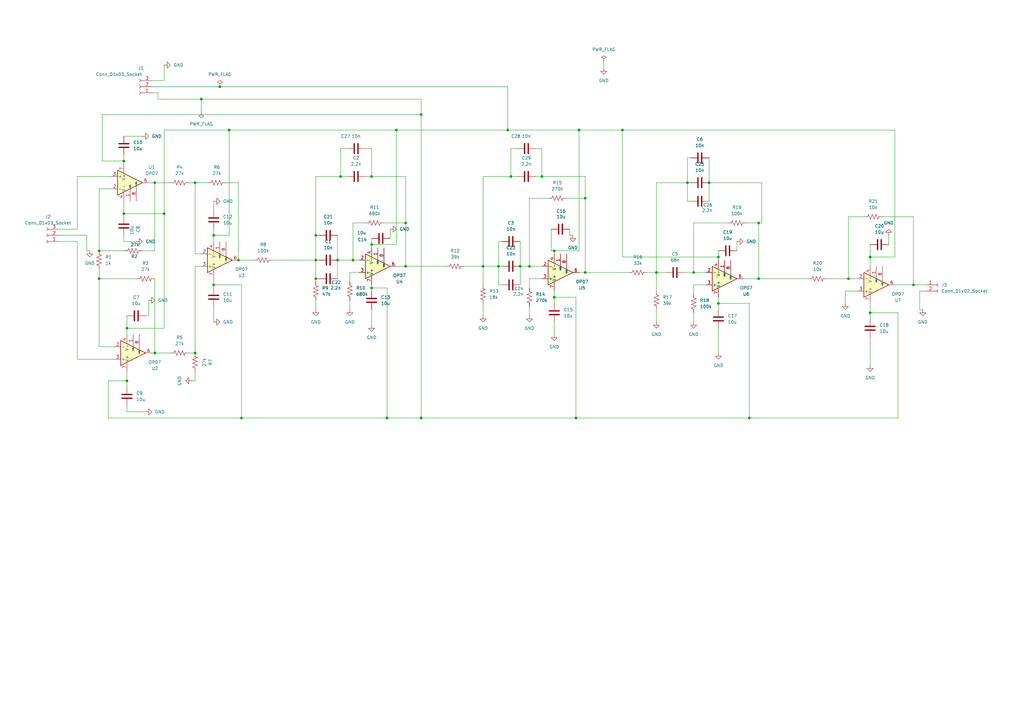
<source format=kicad_sch>
(kicad_sch (version 20231120) (generator "eeschema") (generator_version "8.0")
  (paper "A3")
  (lib_symbols
    (symbol "Amplifier_Operational:OP07" (pin_names (offset 0.127))
      (property "Reference" "U" (at 1.27 6.35 0))
      (property "Value" "OP07" (at 1.27 3.81 0))
      (symbol "OP07_0_1"
        (polyline (pts (xy -5.08 5.08) (xy 5.08 0) (xy -5.08 -5.08) (xy -5.08 5.08)) (stroke (width 0.254)) (fill (type background)))
      )
      (symbol "OP07_1_1"
        (pin input line (at 0 -7.62 90) (length 5.08) (name "VOS") (number "1"))
        (pin input line (at -7.62 -2.54 0) (length 2.54) (name "-") (number "2"))
        (pin input line (at -7.62 2.54 0) (length 2.54) (name "+") (number "3"))
        (pin power_in line (at -2.54 -7.62 90) (length 3.81) (name "V-") (number "4"))
        (pin no_connect line (at 0 2.54 270) (length 2.54) hide (name "NC") (number "5"))
        (pin output line (at 7.62 0 180) (length 2.54) (name "~") (number "6"))
        (pin power_in line (at -2.54 7.62 270) (length 3.81) (name "V+") (number "7"))
        (pin input line (at 2.54 -7.62 90) (length 6.35) (name "VOS") (number "8"))
      )
    )
    (symbol "Connector:Conn_01x02_Socket" (pin_names (offset 1.016) hide)
      (property "Reference" "J" (at 0 2.54 0))
      (property "Value" "Conn_01x02_Socket" (at 0 -5.08 0))
      (symbol "Conn_01x02_Socket_1_1"
        (arc (start 0 -2.032) (mid -0.5058 -2.54) (end 0 -3.048) (stroke (width 0.1524)))
        (polyline (pts (xy -1.27 -2.54) (xy -0.508 -2.54)) (stroke (width 0.1524)))
        (polyline (pts (xy -1.27 0) (xy -0.508 0)) (stroke (width 0.1524)))
        (arc (start 0 0.508) (mid -0.5058 0) (end 0 -0.508) (stroke (width 0.1524)))
        (pin passive line (at -5.08 0 0) (length 3.81) (name "Pin_1") (number "1"))
        (pin passive line (at -5.08 -2.54 0) (length 3.81) (name "Pin_2") (number "2"))
      )
    )
    (symbol "Connector:Conn_01x03_Socket" (pin_names (offset 1.016) hide)
      (property "Reference" "J" (at 0 5.08 0))
      (property "Value" "Conn_01x03_Socket" (at 0 -5.08 0))
      (symbol "Conn_01x03_Socket_1_1"
        (arc (start 0 -2.032) (mid -0.5058 -2.54) (end 0 -3.048) (stroke (width 0.1524)))
        (polyline (pts (xy -1.27 -2.54) (xy -0.508 -2.54)) (stroke (width 0.1524)))
        (polyline (pts (xy -1.27 0) (xy -0.508 0)) (stroke (width 0.1524)))
        (polyline (pts (xy -1.27 2.54) (xy -0.508 2.54)) (stroke (width 0.1524)))
        (arc (start 0 0.508) (mid -0.5058 0) (end 0 -0.508) (stroke (width 0.1524)))
        (arc (start 0 3.048) (mid -0.5058 2.54) (end 0 2.032) (stroke (width 0.1524)))
        (pin passive line (at -5.08 2.54 0) (length 3.81) (name "Pin_1") (number "1"))
        (pin passive line (at -5.08 0 0) (length 3.81) (name "Pin_2") (number "2"))
        (pin passive line (at -5.08 -2.54 0) (length 3.81) (name "Pin_3") (number "3"))
      )
    )
    (symbol "Device:C" (pin_numbers hide) (pin_names (offset 0.254))
      (property "Reference" "C" (at 0.635 2.54 0))
      (property "Value" "C" (at 0.635 -2.54 0))
      (symbol "C_0_1"
        (polyline (pts (xy -2.032 -0.762) (xy 2.032 -0.762)) (stroke (width 0.508)))
        (polyline (pts (xy -2.032 0.762) (xy 2.032 0.762)) (stroke (width 0.508)))
      )
      (symbol "C_1_1"
        (pin passive line (at 0 3.81 270) (length 2.794) (name "~") (number "1"))
        (pin passive line (at 0 -3.81 90) (length 2.794) (name "~") (number "2"))
      )
    )
    (symbol "Device:R_US" (pin_numbers hide) (pin_names (offset 0))
      (property "Reference" "R" (at 2.54 0 90))
      (property "Value" "R_US" (at -2.54 0 90))
      (symbol "R_US_0_1"
        (polyline (pts (xy 0 -2.286) (xy 0 -2.54)))
        (polyline (pts (xy 0 2.286) (xy 0 2.54)))
        (polyline (pts (xy 0 -0.762) (xy 1.016 -1.143) (xy 0 -1.524) (xy -1.016 -1.905) (xy 0 -2.286)))
        (polyline (pts (xy 0 0.762) (xy 1.016 0.381) (xy 0 0) (xy -1.016 -0.381) (xy 0 -0.762)))
        (polyline (pts (xy 0 2.286) (xy 1.016 1.905) (xy 0 1.524) (xy -1.016 1.143) (xy 0 0.762)))
      )
      (symbol "R_US_1_1"
        (pin passive line (at 0 3.81 270) (length 1.27) (name "~") (number "1"))
        (pin passive line (at 0 -3.81 90) (length 1.27) (name "~") (number "2"))
      )
    )
    (symbol "power:GND" (power) (pin_numbers hide) (pin_names (offset 0) hide)
      (property "Value" "GND" (at 0 -3.81 0))
      (symbol "GND_0_1"
        (polyline (pts (xy 0 0) (xy 0 -1.27) (xy 1.27 -1.27) (xy 0 -2.54) (xy -1.27 -1.27) (xy 0 -1.27)))
      )
      (symbol "GND_1_1"
        (pin power_in line (at 0 0 270) (length 0) (name "~") (number "1"))
      )
    )
    (symbol "power:PWR_FLAG" (power) (pin_numbers hide) (pin_names (offset 0) hide)
      (property "Value" "PWR_FLAG" (at 0 3.81 0))
      (symbol "PWR_FLAG_0_0"
        (pin power_out line (at 0 0 90) (length 0) (name "~") (number "1"))
      )
      (symbol "PWR_FLAG_0_1"
        (polyline (pts (xy 0 0) (xy 0 1.27) (xy -1.016 1.905) (xy 0 2.54) (xy 1.016 1.905) (xy 0 1.27)))
      )
    )
  )
  (junction (at 139.7 72.39))
  (junction (at 99.06 171.45))
  (junction (at 217.17 109.22))
  (junction (at 236.22 171.45))
  (junction (at 284.48 111.76))
  (junction (at 374.65 116.84))
  (junction (at 240.03 111.76))
  (junction (at 311.15 114.3))
  (junction (at 347.98 114.3))
  (junction (at 40.64 114.3))
  (junction (at 152.4 72.39))
  (junction (at 152.4 100.33))
  (junction (at 50.8 66.04))
  (junction (at 227.33 121.92))
  (junction (at 63.5 74.93))
  (junction (at 158.75 171.45))
  (junction (at 87.63 96.52))
  (junction (at 204.47 109.22))
  (junction (at 172.72 171.45))
  (junction (at 240.03 81.28))
  (junction (at 198.12 109.22))
  (junction (at 63.5 144.78))
  (junction (at 129.54 114.3))
  (junction (at 227.33 102.87))
  (junction (at 67.31 87.63))
  (junction (at 222.25 72.39))
  (junction (at 356.87 128.27))
  (junction (at 93.98 53.34))
  (junction (at 172.72 46.99))
  (junction (at 166.37 109.22))
  (junction (at 162.56 53.34))
  (junction (at 87.63 116.84))
  (junction (at 129.54 96.52))
  (junction (at 294.64 124.46))
  (junction (at 97.79 106.68))
  (junction (at 237.49 53.34))
  (junction (at 290.83 74.93))
  (junction (at 40.64 102.87))
  (junction (at 80.01 144.78))
  (junction (at 356.87 105.41))
  (junction (at 307.34 171.45))
  (junction (at 52.07 156.21))
  (junction (at 152.4 118.11))
  (junction (at 80.01 74.93))
  (junction (at 138.43 106.68))
  (junction (at 255.27 53.34))
  (junction (at 52.07 134.62))
  (junction (at 209.55 72.39))
  (junction (at 294.64 105.41))
  (junction (at 144.78 106.68))
  (junction (at 269.24 111.76))
  (junction (at 208.28 53.34))
  (junction (at 50.8 87.63))
  (junction (at 82.55 40.64))
  (junction (at 90.17 35.56))
  (junction (at 281.94 74.93))
  (junction (at 129.54 106.68))
  (junction (at 166.37 91.44))
  (junction (at 311.15 91.44))
  (junction (at 213.36 109.22))
  (wire (pts (xy 139.7 60.96) (xy 139.7 72.39)))
  (wire (pts (xy 160.02 93.98) (xy 160.02 97.79)))
  (wire (pts (xy 212.09 72.39) (xy 209.55 72.39)))
  (wire (pts (xy 143.51 115.57) (xy 143.51 111.76)))
  (wire (pts (xy 284.48 116.84) (xy 284.48 120.65)))
  (wire (pts (xy 144.78 91.44) (xy 144.78 106.68)))
  (wire (pts (xy 356.87 128.27) (xy 356.87 130.81)))
  (wire (pts (xy 289.56 116.84) (xy 284.48 116.84)))
  (wire (pts (xy 240.03 72.39) (xy 240.03 81.28)))
  (wire (pts (xy 99.06 171.45) (xy 158.75 171.45)))
  (wire (pts (xy 367.03 116.84) (xy 374.65 116.84)))
  (wire (pts (xy 227.33 121.92) (xy 227.33 124.46)))
  (wire (pts (xy 35.56 96.52) (xy 35.56 102.87)))
  (wire (pts (xy 62.23 144.78) (xy 63.5 144.78)))
  (wire (pts (xy 290.83 74.93) (xy 290.83 82.55)))
  (wire (pts (xy 227.33 119.38) (xy 227.33 121.92)))
  (wire (pts (xy 361.95 88.9) (xy 374.65 88.9)))
  (wire (pts (xy 87.63 114.3) (xy 87.63 116.84)))
  (wire (pts (xy 294.64 105.41) (xy 294.64 106.68)))
  (wire (pts (xy 129.54 123.19) (xy 129.54 127)))
  (wire (pts (xy 152.4 100.33) (xy 152.4 101.6)))
  (wire (pts (xy 157.48 91.44) (xy 166.37 91.44)))
  (wire (pts (xy 281.94 74.93) (xy 269.24 74.93)))
  (wire (pts (xy 354.33 88.9) (xy 347.98 88.9)))
  (wire (pts (xy 62.23 38.1) (xy 64.77 38.1)))
  (wire (pts (xy 152.4 60.96) (xy 152.4 72.39)))
  (wire (pts (xy 52.07 156.21) (xy 52.07 158.75)))
  (wire (pts (xy 237.49 53.34) (xy 237.49 102.87)))
  (wire (pts (xy 63.5 74.93) (xy 63.5 102.87)))
  (wire (pts (xy 41.91 46.99) (xy 172.72 46.99)))
  (wire (pts (xy 50.8 55.88) (xy 58.42 55.88)))
  (wire (pts (xy 364.49 96.52) (xy 364.49 100.33)))
  (wire (pts (xy 172.72 40.64) (xy 172.72 46.99)))
  (wire (pts (xy 129.54 114.3) (xy 130.81 114.3)))
  (wire (pts (xy 312.42 91.44) (xy 311.15 91.44)))
  (wire (pts (xy 227.33 121.92) (xy 236.22 121.92)))
  (wire (pts (xy 144.78 106.68) (xy 147.32 106.68)))
  (wire (pts (xy 152.4 97.79) (xy 152.4 100.33)))
  (wire (pts (xy 40.64 142.24) (xy 46.99 142.24)))
  (wire (pts (xy 212.09 60.96) (xy 209.55 60.96)))
  (wire (pts (xy 269.24 127) (xy 269.24 132.08)))
  (wire (pts (xy 50.8 66.04) (xy 50.8 67.31)))
  (wire (pts (xy 111.76 106.68) (xy 129.54 106.68)))
  (wire (pts (xy 346.71 119.38) (xy 346.71 124.46)))
  (wire (pts (xy 63.5 114.3) (xy 63.5 144.78)))
  (wire (pts (xy 152.4 100.33) (xy 162.56 100.33)))
  (wire (pts (xy 97.79 106.68) (xy 104.14 106.68)))
  (wire (pts (xy 213.36 109.22) (xy 217.17 109.22)))
  (wire (pts (xy 129.54 106.68) (xy 129.54 114.3)))
  (wire (pts (xy 217.17 114.3) (xy 217.17 118.11)))
  (wire (pts (xy 198.12 109.22) (xy 204.47 109.22)))
  (wire (pts (xy 59.69 129.54) (xy 60.96 129.54)))
  (wire (pts (xy 339.09 114.3) (xy 347.98 114.3)))
  (wire (pts (xy 40.64 77.47) (xy 40.64 102.87)))
  (wire (pts (xy 31.75 147.32) (xy 31.75 99.06)))
  (wire (pts (xy 152.4 72.39) (xy 166.37 72.39)))
  (wire (pts (xy 166.37 91.44) (xy 166.37 109.22)))
  (wire (pts (xy 92.71 74.93) (xy 97.79 74.93)))
  (wire (pts (xy 204.47 116.84) (xy 205.74 116.84)))
  (wire (pts (xy 31.75 147.32) (xy 46.99 147.32)))
  (wire (pts (xy 213.36 109.22) (xy 213.36 116.84)))
  (wire (pts (xy 97.79 74.93) (xy 97.79 106.68)))
  (wire (pts (xy 162.56 53.34) (xy 162.56 100.33)))
  (wire (pts (xy 290.83 64.77) (xy 290.83 74.93)))
  (wire (pts (xy 82.55 40.64) (xy 172.72 40.64)))
  (wire (pts (xy 219.71 72.39) (xy 222.25 72.39)))
  (wire (pts (xy 40.64 77.47) (xy 45.72 77.47)))
  (wire (pts (xy 204.47 109.22) (xy 205.74 109.22)))
  (wire (pts (xy 80.01 156.21) (xy 78.74 156.21)))
  (wire (pts (xy 31.75 72.39) (xy 45.72 72.39)))
  (wire (pts (xy 138.43 96.52) (xy 138.43 106.68)))
  (wire (pts (xy 198.12 72.39) (xy 198.12 109.22)))
  (wire (pts (xy 227.33 102.87) (xy 237.49 102.87)))
  (wire (pts (xy 227.33 132.08) (xy 227.33 137.16)))
  (wire (pts (xy 311.15 91.44) (xy 311.15 114.3)))
  (wire (pts (xy 99.06 116.84) (xy 99.06 171.45)))
  (wire (pts (xy 208.28 35.56) (xy 208.28 53.34)))
  (wire (pts (xy 142.24 60.96) (xy 139.7 60.96)))
  (wire (pts (xy 50.8 82.55) (xy 50.8 87.63)))
  (wire (pts (xy 40.64 110.49) (xy 40.64 114.3)))
  (wire (pts (xy 374.65 88.9) (xy 374.65 116.84)))
  (wire (pts (xy 374.65 116.84) (xy 379.73 116.84)))
  (wire (pts (xy 158.75 171.45) (xy 172.72 171.45)))
  (wire (pts (xy 356.87 105.41) (xy 356.87 109.22)))
  (wire (pts (xy 204.47 109.22) (xy 204.47 116.84)))
  (wire (pts (xy 129.54 106.68) (xy 130.81 106.68)))
  (wire (pts (xy 190.5 109.22) (xy 198.12 109.22)))
  (wire (pts (xy 41.91 66.04) (xy 41.91 46.99)))
  (wire (pts (xy 302.26 99.06) (xy 302.26 102.87)))
  (wire (pts (xy 87.63 96.52) (xy 93.98 96.52)))
  (wire (pts (xy 347.98 114.3) (xy 351.79 114.3)))
  (wire (pts (xy 64.77 40.64) (xy 82.55 40.64)))
  (wire (pts (xy 129.54 72.39) (xy 129.54 96.52)))
  (wire (pts (xy 93.98 53.34) (xy 162.56 53.34)))
  (wire (pts (xy 307.34 171.45) (xy 307.34 124.46)))
  (wire (pts (xy 149.86 91.44) (xy 144.78 91.44)))
  (wire (pts (xy 269.24 111.76) (xy 273.05 111.76)))
  (wire (pts (xy 40.64 102.87) (xy 50.8 102.87)))
  (wire (pts (xy 52.07 134.62) (xy 52.07 137.16)))
  (wire (pts (xy 64.77 38.1) (xy 64.77 40.64)))
  (wire (pts (xy 80.01 104.14) (xy 80.01 74.93)))
  (wire (pts (xy 62.23 33.02) (xy 67.31 33.02)))
  (wire (pts (xy 31.75 99.06) (xy 24.13 99.06)))
  (wire (pts (xy 52.07 168.91) (xy 59.69 168.91)))
  (wire (pts (xy 172.72 46.99) (xy 172.72 171.45)))
  (wire (pts (xy 152.4 118.11) (xy 152.4 119.38)))
  (wire (pts (xy 204.47 99.06) (xy 204.47 109.22)))
  (wire (pts (xy 226.06 102.87) (xy 227.33 102.87)))
  (wire (pts (xy 283.21 74.93) (xy 281.94 74.93)))
  (wire (pts (xy 77.47 144.78) (xy 80.01 144.78)))
  (wire (pts (xy 204.47 99.06) (xy 205.74 99.06)))
  (wire (pts (xy 24.13 96.52) (xy 35.56 96.52)))
  (wire (pts (xy 52.07 129.54) (xy 52.07 134.62)))
  (wire (pts (xy 377.19 127) (xy 378.46 127)))
  (wire (pts (xy 52.07 166.37) (xy 52.07 168.91)))
  (wire (pts (xy 62.23 35.56) (xy 90.17 35.56)))
  (wire (pts (xy 240.03 111.76) (xy 237.49 111.76)))
  (wire (pts (xy 290.83 74.93) (xy 312.42 74.93)))
  (wire (pts (xy 217.17 109.22) (xy 222.25 109.22)))
  (wire (pts (xy 294.64 124.46) (xy 294.64 127)))
  (wire (pts (xy 87.63 116.84) (xy 87.63 118.11)))
  (wire (pts (xy 52.07 134.62) (xy 67.31 134.62)))
  (wire (pts (xy 351.79 119.38) (xy 346.71 119.38)))
  (wire (pts (xy 44.45 156.21) (xy 52.07 156.21)))
  (wire (pts (xy 129.54 96.52) (xy 130.81 96.52)))
  (wire (pts (xy 138.43 106.68) (xy 138.43 114.3)))
  (wire (pts (xy 356.87 138.43) (xy 356.87 149.86)))
  (wire (pts (xy 356.87 124.46) (xy 356.87 128.27)))
  (wire (pts (xy 347.98 88.9) (xy 347.98 114.3)))
  (wire (pts (xy 232.41 81.28) (xy 240.03 81.28)))
  (wire (pts (xy 255.27 53.34) (xy 367.03 53.34)))
  (wire (pts (xy 368.3 128.27) (xy 356.87 128.27)))
  (wire (pts (xy 281.94 74.93) (xy 281.94 82.55)))
  (wire (pts (xy 307.34 124.46) (xy 294.64 124.46)))
  (wire (pts (xy 80.01 152.4) (xy 80.01 156.21)))
  (wire (pts (xy 281.94 64.77) (xy 281.94 74.93)))
  (wire (pts (xy 236.22 171.45) (xy 307.34 171.45)))
  (wire (pts (xy 139.7 72.39) (xy 129.54 72.39)))
  (wire (pts (xy 368.3 171.45) (xy 368.3 128.27)))
  (wire (pts (xy 284.48 91.44) (xy 284.48 111.76)))
  (wire (pts (xy 356.87 100.33) (xy 356.87 105.41)))
  (wire (pts (xy 213.36 99.06) (xy 213.36 109.22)))
  (wire (pts (xy 87.63 116.84) (xy 99.06 116.84)))
  (wire (pts (xy 198.12 109.22) (xy 198.12 116.84)))
  (wire (pts (xy 356.87 105.41) (xy 367.03 105.41)))
  (wire (pts (xy 166.37 72.39) (xy 166.37 91.44)))
  (wire (pts (xy 52.07 152.4) (xy 52.07 156.21)))
  (wire (pts (xy 367.03 53.34) (xy 367.03 105.41)))
  (wire (pts (xy 41.91 66.04) (xy 50.8 66.04)))
  (wire (pts (xy 158.75 118.11) (xy 158.75 171.45)))
  (wire (pts (xy 377.19 119.38) (xy 377.19 127)))
  (wire (pts (xy 281.94 64.77) (xy 283.21 64.77)))
  (wire (pts (xy 306.07 91.44) (xy 311.15 91.44)))
  (wire (pts (xy 67.31 53.34) (xy 67.31 87.63)))
  (wire (pts (xy 142.24 72.39) (xy 139.7 72.39)))
  (wire (pts (xy 269.24 74.93) (xy 269.24 111.76)))
  (wire (pts (xy 294.64 121.92) (xy 294.64 124.46)))
  (wire (pts (xy 294.64 134.62) (xy 294.64 144.78)))
  (wire (pts (xy 217.17 125.73) (xy 217.17 129.54)))
  (wire (pts (xy 50.8 99.06) (xy 55.88 99.06)))
  (wire (pts (xy 217.17 81.28) (xy 217.17 109.22)))
  (wire (pts (xy 63.5 144.78) (xy 69.85 144.78)))
  (wire (pts (xy 82.55 109.22) (xy 80.01 109.22)))
  (wire (pts (xy 129.54 96.52) (xy 129.54 106.68)))
  (wire (pts (xy 162.56 109.22) (xy 166.37 109.22)))
  (wire (pts (xy 87.63 93.98) (xy 87.63 96.52)))
  (wire (pts (xy 152.4 127) (xy 152.4 133.35)))
  (wire (pts (xy 67.31 53.34) (xy 93.98 53.34)))
  (wire (pts (xy 50.8 87.63) (xy 50.8 88.9)))
  (wire (pts (xy 233.68 96.52) (xy 233.68 93.98)))
  (wire (pts (xy 31.75 72.39) (xy 31.75 93.98)))
  (wire (pts (xy 50.8 63.5) (xy 50.8 66.04)))
  (wire (pts (xy 294.64 102.87) (xy 294.64 105.41)))
  (wire (pts (xy 152.4 116.84) (xy 152.4 118.11)))
  (wire (pts (xy 236.22 121.92) (xy 236.22 171.45)))
  (wire (pts (xy 280.67 111.76) (xy 284.48 111.76)))
  (wire (pts (xy 60.96 74.93) (xy 63.5 74.93)))
  (wire (pts (xy 129.54 114.3) (xy 129.54 115.57)))
  (wire (pts (xy 198.12 124.46) (xy 198.12 129.54)))
  (wire (pts (xy 138.43 106.68) (xy 144.78 106.68)))
  (wire (pts (xy 40.64 114.3) (xy 40.64 142.24)))
  (wire (pts (xy 240.03 81.28) (xy 240.03 111.76)))
  (wire (pts (xy 60.96 123.19) (xy 60.96 129.54)))
  (wire (pts (xy 237.49 53.34) (xy 255.27 53.34)))
  (wire (pts (xy 227.33 102.87) (xy 227.33 104.14)))
  (wire (pts (xy 63.5 102.87) (xy 58.42 102.87)))
  (wire (pts (xy 209.55 72.39) (xy 198.12 72.39)))
  (wire (pts (xy 67.31 87.63) (xy 67.31 134.62)))
  (wire (pts (xy 222.25 114.3) (xy 217.17 114.3)))
  (wire (pts (xy 281.94 82.55) (xy 283.21 82.55)))
  (wire (pts (xy 312.42 74.93) (xy 312.42 91.44)))
  (wire (pts (xy 149.86 60.96) (xy 152.4 60.96)))
  (wire (pts (xy 50.8 96.52) (xy 50.8 99.06)))
  (wire (pts (xy 172.72 171.45) (xy 236.22 171.45)))
  (wire (pts (xy 226.06 93.98) (xy 226.06 102.87)))
  (wire (pts (xy 93.98 53.34) (xy 93.98 96.52)))
  (wire (pts (xy 82.55 40.64) (xy 82.55 45.72)))
  (wire (pts (xy 166.37 109.22) (xy 182.88 109.22)))
  (wire (pts (xy 90.17 35.56) (xy 208.28 35.56)))
  (wire (pts (xy 265.43 111.76) (xy 269.24 111.76)))
  (wire (pts (xy 87.63 125.73) (xy 87.63 132.08)))
  (wire (pts (xy 209.55 60.96) (xy 209.55 72.39)))
  (wire (pts (xy 143.51 123.19) (xy 143.51 127)))
  (wire (pts (xy 222.25 60.96) (xy 222.25 72.39)))
  (wire (pts (xy 269.24 111.76) (xy 269.24 119.38)))
  (wire (pts (xy 233.68 96.52) (xy 234.95 96.52)))
  (wire (pts (xy 307.34 171.45) (xy 368.3 171.45)))
  (wire (pts (xy 224.79 81.28) (xy 217.17 81.28)))
  (wire (pts (xy 294.64 105.41) (xy 255.27 105.41)))
  (wire (pts (xy 162.56 53.34) (xy 208.28 53.34)))
  (wire (pts (xy 55.88 114.3) (xy 40.64 114.3)))
  (wire (pts (xy 67.31 33.02) (xy 67.31 26.67)))
  (wire (pts (xy 77.47 74.93) (xy 80.01 74.93)))
  (wire (pts (xy 63.5 74.93) (xy 69.85 74.93)))
  (wire (pts (xy 80.01 74.93) (xy 85.09 74.93)))
  (wire (pts (xy 87.63 96.52) (xy 87.63 99.06)))
  (wire (pts (xy 311.15 114.3) (xy 331.47 114.3)))
  (wire (pts (xy 87.63 86.36) (xy 87.63 82.55)))
  (wire (pts (xy 247.65 25.4) (xy 247.65 27.94)))
  (wire (pts (xy 298.45 91.44) (xy 284.48 91.44)))
  (wire (pts (xy 158.75 118.11) (xy 152.4 118.11)))
  (wire (pts (xy 35.56 102.87) (xy 36.83 102.87)))
  (wire (pts (xy 44.45 171.45) (xy 99.06 171.45)))
  (wire (pts (xy 149.86 72.39) (xy 152.4 72.39)))
  (wire (pts (xy 208.28 53.34) (xy 237.49 53.34)))
  (wire (pts (xy 255.27 105.41) (xy 255.27 53.34)))
  (wire (pts (xy 284.48 111.76) (xy 289.56 111.76)))
  (wire (pts (xy 240.03 111.76) (xy 257.81 111.76)))
  (wire (pts (xy 143.51 111.76) (xy 147.32 111.76)))
  (wire (pts (xy 50.8 87.63) (xy 67.31 87.63)))
  (wire (pts (xy 222.25 72.39) (xy 240.03 72.39)))
  (wire (pts (xy 80.01 104.14) (xy 82.55 104.14)))
  (wire (pts (xy 304.8 114.3) (xy 311.15 114.3)))
  (wire (pts (xy 80.01 109.22) (xy 80.01 144.78)))
  (wire (pts (xy 379.73 119.38) (xy 377.19 119.38)))
  (wire (pts (xy 31.75 93.98) (xy 24.13 93.98)))
  (wire (pts (xy 44.45 171.45) (xy 44.45 156.21)))
  (wire (pts (xy 219.71 60.96) (xy 222.25 60.96)))
  (wire (pts (xy 284.48 128.27) (xy 284.48 132.08)))
  (symbol (lib_id "Device:C") (at 152.4 123.19 0) (unit 1)
    (property "Reference" "C13" (at 156.21 121.9199 0) (effects (justify left)))
    (property "Value" "10u" (at 156.21 124.4599 0) (effects (justify left)))
    (property "Footprint" "Capacitor_THT:CP_Radial_D8.0mm_P3.50mm" (effects (hide yes)))
    (property "Description" "Unpolarized capacitor" (effects (hide yes)))
  )
  (symbol (lib_id "Amplifier_Operational:OP07") (at 359.41 116.84 0) (mirror x) (unit 1)
    (property "Reference" "U7" (at 368.3 123.1586 0))
    (property "Value" "OP07" (at 368.3 120.6186 0))
    (property "Footprint" "Package_DIP:DIP-8_W7.62mm" (effects (hide yes)))
    (property "Datasheet" "https://www.analog.com/media/en/technical-documentation/data-sheets/OP07.pdf" (effects (hide yes)))
    (property "Description" "Single Ultra-Low Offset Voltage Operational Amplifier, DIP-8/SOIC-8" (effects (hide yes)))
  )
  (symbol (lib_id "Device:C") (at 87.63 90.17 0) (unit 1)
    (property "Reference" "C12" (at 91.44 88.8999 0) (effects (justify left)))
    (property "Value" "10u" (at 91.44 91.4399 0) (effects (justify left)))
    (property "Footprint" "Capacitor_THT:CP_Radial_D8.0mm_P3.50mm" (effects (hide yes)))
    (property "Description" "Unpolarized capacitor" (effects (hide yes)))
  )
  (symbol (lib_id "power:GND") (at 59.69 168.91 90) (unit 1)
    (property "Reference" "#PWR017" (effects (hide yes)))
    (property "Value" "GND" (at 63.5 168.9099 90) (effects (justify right)))
    (property "Description" "Power symbol creates a global label with name \"GND\" , ground" (effects (hide yes)))
  )
  (symbol (lib_id "Device:C") (at 227.33 128.27 0) (unit 1)
    (property "Reference" "C15" (at 231.14 126.9999 0) (effects (justify left)))
    (property "Value" "10u" (at 231.14 129.5399 0) (effects (justify left)))
    (property "Footprint" "Capacitor_THT:CP_Radial_D8.0mm_P3.50mm" (effects (hide yes)))
    (property "Description" "Unpolarized capacitor" (effects (hide yes)))
  )
  (symbol (lib_id "Device:R_US") (at 80.01 148.59 0) (unit 1)
    (property "Reference" "R7" (at 86.36 148.59 90))
    (property "Value" "27k" (at 83.82 148.59 90))
    (property "Footprint" "Resistor_THT:R_Axial_DIN0309_L9.0mm_D3.2mm_P12.70mm_Horizontal" (effects (hide yes)))
    (property "Description" "Resistor, US symbol" (effects (hide yes)))
  )
  (symbol (lib_id "power:GND") (at 78.74 156.21 270) (unit 1)
    (property "Reference" "#PWR01" (effects (hide yes)))
    (property "Value" "GND" (at 73.66 156.21 0))
    (property "Description" "Power symbol creates a global label with name \"GND\" , ground" (effects (hide yes)))
  )
  (symbol (lib_id "Device:C") (at 134.62 106.68 90) (unit 1)
    (property "Reference" "C1" (at 134.62 99.06 90))
    (property "Value" "10n" (at 134.62 101.6 90))
    (property "Footprint" "Capacitor_THT:CP_Radial_D8.0mm_P3.50mm" (effects (hide yes)))
    (property "Description" "Unpolarized capacitor" (effects (hide yes)))
  )
  (symbol (lib_id "Device:R_US") (at 358.14 88.9 90) (unit 1)
    (property "Reference" "R21" (at 358.14 82.55 90))
    (property "Value" "10k" (at 358.14 85.09 90))
    (property "Footprint" "Resistor_THT:R_Axial_DIN0309_L9.0mm_D3.2mm_P12.70mm_Horizontal" (effects (hide yes)))
    (property "Description" "Resistor, US symbol" (effects (hide yes)))
  )
  (symbol (lib_id "Device:C") (at 134.62 96.52 90) (unit 1)
    (property "Reference" "C21" (at 134.62 88.9 90))
    (property "Value" "10n" (at 134.62 91.44 90))
    (property "Footprint" "Capacitor_THT:CP_Radial_D8.0mm_P3.50mm" (effects (hide yes)))
    (property "Description" "Unpolarized capacitor" (effects (hide yes)))
  )
  (symbol (lib_id "Device:C") (at 356.87 134.62 0) (unit 1)
    (property "Reference" "C18" (at 360.68 133.3499 0) (effects (justify left)))
    (property "Value" "10u" (at 360.68 135.8899 0) (effects (justify left)))
    (property "Footprint" "Capacitor_THT:CP_Radial_D8.0mm_P3.50mm" (effects (hide yes)))
    (property "Description" "Unpolarized capacitor" (effects (hide yes)))
  )
  (symbol (lib_id "power:GND") (at 234.95 96.52 0) (unit 1)
    (property "Reference" "#PWR020" (effects (hide yes)))
    (property "Value" "GND" (at 234.95 101.6 0))
    (property "Description" "Power symbol creates a global label with name \"GND\" , ground" (effects (hide yes)))
  )
  (symbol (lib_id "power:GND") (at 67.31 26.67 90) (unit 1)
    (property "Reference" "#PWR011" (effects (hide yes)))
    (property "Value" "GND" (at 71.12 26.6699 90) (effects (justify right)))
    (property "Description" "Power symbol creates a global label with name \"GND\" , ground" (effects (hide yes)))
  )
  (symbol (lib_id "power:GND") (at 58.42 55.88 90) (unit 1)
    (property "Reference" "#PWR015" (effects (hide yes)))
    (property "Value" "GND" (at 62.23 55.8799 90) (effects (justify right)))
    (property "Description" "Power symbol creates a global label with name \"GND\" , ground" (effects (hide yes)))
  )
  (symbol (lib_id "Device:R_US") (at 59.69 114.3 90) (unit 1)
    (property "Reference" "R3" (at 59.69 107.95 90))
    (property "Value" "27k" (at 59.69 110.49 90))
    (property "Footprint" "Resistor_THT:R_Axial_DIN0309_L9.0mm_D3.2mm_P12.70mm_Horizontal" (effects (hide yes)))
    (property "Description" "Resistor, US symbol" (effects (hide yes)))
  )
  (symbol (lib_id "power:GND") (at 87.63 82.55 90) (unit 1)
    (property "Reference" "#PWR018" (effects (hide yes)))
    (property "Value" "GND" (at 91.44 82.5499 90) (effects (justify right)))
    (property "Description" "Power symbol creates a global label with name \"GND\" , ground" (effects (hide yes)))
  )
  (symbol (lib_id "power:GND") (at 217.17 129.54 0) (unit 1)
    (property "Reference" "#PWR05" (effects (hide yes)))
    (property "Value" "GND" (at 217.17 134.62 0))
    (property "Description" "Power symbol creates a global label with name \"GND\" , ground" (effects (hide yes)))
  )
  (symbol (lib_id "Amplifier_Operational:OP07") (at 154.94 109.22 0) (mirror x) (unit 1)
    (property "Reference" "U4" (at 163.83 115.5386 0))
    (property "Value" "OP07" (at 163.83 112.9986 0))
    (property "Footprint" "Package_DIP:DIP-8_W7.62mm" (effects (hide yes)))
    (property "Datasheet" "https://www.analog.com/media/en/technical-documentation/data-sheets/OP07.pdf" (effects (hide yes)))
    (property "Description" "Single Ultra-Low Offset Voltage Operational Amplifier, DIP-8/SOIC-8" (effects (hide yes)))
  )
  (symbol (lib_id "Device:R_US") (at 153.67 91.44 90) (unit 1)
    (property "Reference" "R11" (at 153.67 85.09 90))
    (property "Value" "680k" (at 153.67 87.63 90))
    (property "Footprint" "Resistor_THT:R_Axial_DIN0309_L9.0mm_D3.2mm_P12.70mm_Horizontal" (effects (hide yes)))
    (property "Description" "Resistor, US symbol" (effects (hide yes)))
  )
  (symbol (lib_id "power:GND") (at 269.24 132.08 0) (unit 1)
    (property "Reference" "#PWR06" (effects (hide yes)))
    (property "Value" "GND" (at 269.24 137.16 0))
    (property "Description" "Power symbol creates a global label with name \"GND\" , ground" (effects (hide yes)))
  )
  (symbol (lib_id "power:GND") (at 227.33 137.16 0) (unit 1)
    (property "Reference" "#PWR012" (effects (hide yes)))
    (property "Value" "GND" (at 227.33 142.24 0))
    (property "Description" "Power symbol creates a global label with name \"GND\" , ground" (effects (hide yes)))
  )
  (symbol (lib_id "Device:C") (at 287.02 64.77 90) (unit 1)
    (property "Reference" "C6" (at 287.02 57.15 90))
    (property "Value" "10n" (at 287.02 59.69 90))
    (property "Footprint" "Capacitor_THT:CP_Radial_D8.0mm_P3.50mm" (effects (hide yes)))
    (property "Description" "Unpolarized capacitor" (effects (hide yes)))
  )
  (symbol (lib_id "Device:C") (at 287.02 82.55 90) (unit 1)
    (property "Reference" "C26" (at 290.322 84.074 90))
    (property "Value" "2.2n" (at 290.068 86.36 90))
    (property "Footprint" "Capacitor_THT:CP_Radial_D8.0mm_P3.50mm" (effects (hide yes)))
    (property "Description" "Unpolarized capacitor" (effects (hide yes)))
  )
  (symbol (lib_id "Amplifier_Operational:OP07") (at 53.34 74.93 0) (unit 1)
    (property "Reference" "U1" (at 62.23 68.6114 0))
    (property "Value" "OP07" (at 62.23 71.1514 0))
    (property "Footprint" "Package_DIP:DIP-8_W7.62mm" (effects (hide yes)))
    (property "Datasheet" "https://www.analog.com/media/en/technical-documentation/data-sheets/OP07.pdf" (effects (hide yes)))
    (property "Description" "Single Ultra-Low Offset Voltage Operational Amplifier, DIP-8/SOIC-8" (effects (hide yes)))
  )
  (symbol (lib_id "Device:C") (at 229.87 93.98 90) (unit 1)
    (property "Reference" "C16" (at 230.124 86.614 90))
    (property "Value" "10u" (at 230.124 88.9 90))
    (property "Footprint" "Capacitor_THT:CP_Radial_D8.0mm_P3.50mm" (effects (hide yes)))
    (property "Description" "Unpolarized capacitor" (effects (hide yes)))
  )
  (symbol (lib_id "Device:C") (at 209.55 109.22 90) (unit 1)
    (property "Reference" "C23" (at 209.55 101.6 90))
    (property "Value" "10n" (at 209.55 104.14 90))
    (property "Footprint" "Capacitor_THT:CP_Radial_D8.0mm_P3.50mm" (effects (hide yes)))
    (property "Description" "Unpolarized capacitor" (effects (hide yes)))
  )
  (symbol (lib_id "power:GND") (at 294.64 144.78 0) (unit 1)
    (property "Reference" "#PWR021" (effects (hide yes)))
    (property "Value" "GND" (at 294.64 149.86 0))
    (property "Description" "Power symbol creates a global label with name \"GND\" , ground" (effects (hide yes)))
  )
  (symbol (lib_id "Device:R_US") (at 40.64 106.68 0) (unit 1)
    (property "Reference" "R1" (at 43.18 105.4099 0) (effects (justify left)))
    (property "Value" "1k" (at 43.18 107.9499 0) (effects (justify left)))
    (property "Footprint" "Resistor_THT:R_Axial_DIN0309_L9.0mm_D3.2mm_P12.70mm_Horizontal" (effects (hide yes)))
    (property "Description" "Resistor, US symbol" (effects (hide yes)))
  )
  (symbol (lib_id "Device:R_US") (at 129.54 119.38 0) (unit 1)
    (property "Reference" "R9" (at 132.08 118.1099 0) (effects (justify left)))
    (property "Value" "47k" (at 132.08 120.6499 0) (effects (justify left)))
    (property "Footprint" "Resistor_THT:R_Axial_DIN0309_L9.0mm_D3.2mm_P12.70mm_Horizontal" (effects (hide yes)))
    (property "Description" "Resistor, US symbol" (effects (hide yes)))
  )
  (symbol (lib_id "Device:C") (at 134.62 114.3 90) (unit 1)
    (property "Reference" "C22" (at 137.922 115.824 90))
    (property "Value" "2.2n" (at 137.668 118.11 90))
    (property "Footprint" "Capacitor_THT:CP_Radial_D8.0mm_P3.50mm" (effects (hide yes)))
    (property "Description" "Unpolarized capacitor" (effects (hide yes)))
  )
  (symbol (lib_id "Connector:Conn_01x03_Socket") (at 19.05 96.52 180) (unit 1)
    (property "Reference" "J2" (at 19.685 88.9 0))
    (property "Value" "Conn_01x03_Socket" (at 19.685 91.44 0))
    (property "Footprint" "Connector_PinSocket_2.54mm:PinSocket_1x03_P2.54mm_Vertical" (effects (hide yes)))
    (property "Description" "Generic connector, single row, 01x03, script generated" (effects (hide yes)))
  )
  (symbol (lib_id "Device:C") (at 215.9 72.39 90) (unit 1)
    (property "Reference" "C29" (at 215.9 64.77 90))
    (property "Value" "2.2n" (at 215.9 67.31 90))
    (property "Footprint" "Capacitor_THT:CP_Radial_D8.0mm_P3.50mm" (effects (hide yes)))
    (property "Description" "Unpolarized capacitor" (effects (hide yes)))
  )
  (symbol (lib_id "Device:C") (at 146.05 72.39 90) (unit 1)
    (property "Reference" "C2" (at 146.05 64.77 90))
    (property "Value" "2.2n" (at 146.05 67.31 90))
    (property "Footprint" "Capacitor_THT:CP_Radial_D8.0mm_P3.50mm" (effects (hide yes)))
    (property "Description" "Unpolarized capacitor" (effects (hide yes)))
  )
  (symbol (lib_id "Device:C") (at 50.8 92.71 0) (unit 1)
    (property "Reference" "C8" (at 56.642 93.98 90))
    (property "Value" "10u" (at 54.102 94.488 90))
    (property "Footprint" "Capacitor_THT:CP_Radial_D8.0mm_P3.50mm" (effects (hide yes)))
    (property "Description" "Unpolarized capacitor" (effects (hide yes)))
  )
  (symbol (lib_id "Connector:Conn_01x03_Socket") (at 57.15 35.56 180) (unit 1)
    (property "Reference" "J1" (at 57.785 27.94 0))
    (property "Value" "Conn_01x03_Socket" (at 48.768 30.48 0))
    (property "Footprint" "Connector_PinSocket_2.54mm:PinSocket_1x03_P2.54mm_Vertical" (effects (hide yes)))
    (property "Description" "Generic connector, single row, 01x03, script generated" (effects (hide yes)))
  )
  (symbol (lib_id "Device:R_US") (at 143.51 119.38 0) (unit 1)
    (property "Reference" "R10" (at 146.05 118.1099 0) (effects (justify left)))
    (property "Value" "680k" (at 146.05 120.6499 0) (effects (justify left)))
    (property "Footprint" "Resistor_THT:R_Axial_DIN0309_L9.0mm_D3.2mm_P12.70mm_Horizontal" (effects (hide yes)))
    (property "Description" "Resistor, US symbol" (effects (hide yes)))
  )
  (symbol (lib_id "Amplifier_Operational:OP07") (at 54.61 144.78 0) (mirror x) (unit 1)
    (property "Reference" "U2" (at 63.5 151.0986 0))
    (property "Value" "OP07" (at 63.5 148.5586 0))
    (property "Footprint" "Package_DIP:DIP-8_W7.62mm" (effects (hide yes)))
    (property "Datasheet" "https://www.analog.com/media/en/technical-documentation/data-sheets/OP07.pdf" (effects (hide yes)))
    (property "Description" "Single Ultra-Low Offset Voltage Operational Amplifier, DIP-8/SOIC-8" (effects (hide yes)))
  )
  (symbol (lib_id "power:PWR_FLAG") (at 82.55 45.72 180) (unit 1)
    (property "Reference" "#FLG02" (effects (hide yes)))
    (property "Value" "PWR_FLAG" (at 82.55 50.8 0))
    (property "Description" "Special symbol for telling ERC where power comes from" (effects (hide yes)))
  )
  (symbol (lib_id "Device:R_US") (at 88.9 74.93 90) (unit 1)
    (property "Reference" "R6" (at 88.9 68.58 90))
    (property "Value" "27k" (at 88.9 71.12 90))
    (property "Footprint" "Resistor_THT:R_Axial_DIN0309_L9.0mm_D3.2mm_P12.70mm_Horizontal" (effects (hide yes)))
    (property "Description" "Resistor, US symbol" (effects (hide yes)))
  )
  (symbol (lib_id "power:GND") (at 364.49 96.52 180) (unit 1)
    (property "Reference" "#PWR024" (effects (hide yes)))
    (property "Value" "GND" (at 364.49 91.44 0))
    (property "Description" "Power symbol creates a global label with name \"GND\" , ground" (effects (hide yes)))
  )
  (symbol (lib_id "power:PWR_FLAG") (at 90.17 35.56 0) (unit 1)
    (property "Reference" "#FLG01" (effects (hide yes)))
    (property "Value" "PWR_FLAG" (at 90.17 30.48 0))
    (property "Description" "Special symbol for telling ERC where power comes from" (effects (hide yes)))
  )
  (symbol (lib_id "power:GND") (at 36.83 102.87 0) (unit 1)
    (property "Reference" "#PWR09" (effects (hide yes)))
    (property "Value" "GND" (at 36.83 107.95 0))
    (property "Description" "Power symbol creates a global label with name \"GND\" , ground" (effects (hide yes)))
  )
  (symbol (lib_id "power:PWR_FLAG") (at 247.65 25.4 0) (unit 1)
    (property "Reference" "#FLG03" (effects (hide yes)))
    (property "Value" "PWR_FLAG" (at 247.65 20.32 0))
    (property "Description" "Special symbol for telling ERC where power comes from" (effects (hide yes)))
  )
  (symbol (lib_id "Device:R_US") (at 217.17 121.92 0) (unit 1)
    (property "Reference" "R14" (at 219.71 120.6499 0) (effects (justify left)))
    (property "Value" "270k" (at 219.71 123.1899 0) (effects (justify left)))
    (property "Footprint" "Resistor_THT:R_Axial_DIN0309_L9.0mm_D3.2mm_P12.70mm_Horizontal" (effects (hide yes)))
    (property "Description" "Resistor, US symbol" (effects (hide yes)))
  )
  (symbol (lib_id "Device:R_US") (at 107.95 106.68 90) (unit 1)
    (property "Reference" "R8" (at 107.95 100.33 90))
    (property "Value" "100k" (at 107.95 102.87 90))
    (property "Footprint" "Resistor_THT:R_Axial_DIN0309_L9.0mm_D3.2mm_P12.70mm_Horizontal" (effects (hide yes)))
    (property "Description" "Resistor, US symbol" (effects (hide yes)))
  )
  (symbol (lib_id "power:GND") (at 160.02 93.98 90) (unit 1)
    (property "Reference" "#PWR026" (effects (hide yes)))
    (property "Value" "GND" (at 163.83 93.9799 90) (effects (justify right)))
    (property "Description" "Power symbol creates a global label with name \"GND\" , ground" (effects (hide yes)))
  )
  (symbol (lib_id "Amplifier_Operational:OP07") (at 229.87 111.76 0) (mirror x) (unit 1)
    (property "Reference" "U5" (at 238.76 118.0786 0))
    (property "Value" "OP07" (at 238.76 115.5386 0))
    (property "Footprint" "Package_DIP:DIP-8_W7.62mm" (effects (hide yes)))
    (property "Datasheet" "https://www.analog.com/media/en/technical-documentation/data-sheets/OP07.pdf" (effects (hide yes)))
    (property "Description" "Single Ultra-Low Offset Voltage Operational Amplifier, DIP-8/SOIC-8" (effects (hide yes)))
  )
  (symbol (lib_id "Device:C") (at 209.55 116.84 90) (unit 1)
    (property "Reference" "C24" (at 212.852 118.364 90))
    (property "Value" "2.2n" (at 212.598 120.65 90))
    (property "Footprint" "Capacitor_THT:CP_Radial_D8.0mm_P3.50mm" (effects (hide yes)))
    (property "Description" "Unpolarized capacitor" (effects (hide yes)))
  )
  (symbol (lib_id "Device:R_US") (at 261.62 111.76 90) (unit 1)
    (property "Reference" "R16" (at 261.62 105.41 90))
    (property "Value" "33k" (at 261.62 107.95 90))
    (property "Footprint" "Resistor_THT:R_Axial_DIN0309_L9.0mm_D3.2mm_P12.70mm_Horizontal" (effects (hide yes)))
    (property "Description" "Resistor, US symbol" (effects (hide yes)))
  )
  (symbol (lib_id "power:GND") (at 284.48 132.08 0) (unit 1)
    (property "Reference" "#PWR07" (effects (hide yes)))
    (property "Value" "GND" (at 284.48 137.16 0))
    (property "Description" "Power symbol creates a global label with name \"GND\" , ground" (effects (hide yes)))
  )
  (symbol (lib_id "Device:R_US") (at 198.12 120.65 0) (unit 1)
    (property "Reference" "R13" (at 200.66 119.3799 0) (effects (justify left)))
    (property "Value" "18k" (at 200.66 121.9199 0) (effects (justify left)))
    (property "Footprint" "Resistor_THT:R_Axial_DIN0309_L9.0mm_D3.2mm_P12.70mm_Horizontal" (effects (hide yes)))
    (property "Description" "Resistor, US symbol" (effects (hide yes)))
  )
  (symbol (lib_id "Device:C") (at 55.88 129.54 90) (unit 1)
    (property "Reference" "C7" (at 55.88 121.92 90))
    (property "Value" "10u" (at 55.88 124.46 90))
    (property "Footprint" "Capacitor_THT:CP_Radial_D8.0mm_P3.50mm" (effects (hide yes)))
    (property "Description" "Unpolarized capacitor" (effects (hide yes)))
  )
  (symbol (lib_id "power:GND") (at 87.63 132.08 90) (unit 1)
    (property "Reference" "#PWR019" (effects (hide yes)))
    (property "Value" "GND" (at 91.44 132.0799 90) (effects (justify right)))
    (property "Description" "Power symbol creates a global label with name \"GND\" , ground" (effects (hide yes)))
  )
  (symbol (lib_id "Device:C") (at 156.21 97.79 90) (unit 1)
    (property "Reference" "C14" (at 148.59 98.298 90))
    (property "Value" "10u" (at 148.336 95.504 90))
    (property "Footprint" "Capacitor_THT:CP_Radial_D8.0mm_P3.50mm" (effects (hide yes)))
    (property "Description" "Unpolarized capacitor" (effects (hide yes)))
  )
  (symbol (lib_id "power:GND") (at 143.51 127 0) (unit 1)
    (property "Reference" "#PWR03" (effects (hide yes)))
    (property "Value" "GND" (at 143.51 132.08 0))
    (property "Description" "Power symbol creates a global label with name \"GND\" , ground" (effects (hide yes)))
  )
  (symbol (lib_id "power:GND") (at 55.88 99.06 90) (unit 1)
    (property "Reference" "#PWR016" (effects (hide yes)))
    (property "Value" "GND" (at 59.69 99.0599 90) (effects (justify right)))
    (property "Description" "Power symbol creates a global label with name \"GND\" , ground" (effects (hide yes)))
  )
  (symbol (lib_id "power:GND") (at 152.4 133.35 0) (unit 1)
    (property "Reference" "#PWR013" (effects (hide yes)))
    (property "Value" "GND" (at 152.4 138.43 0))
    (property "Description" "Power symbol creates a global label with name \"GND\" , ground" (effects (hide yes)))
  )
  (symbol (lib_id "Device:C") (at 52.07 162.56 0) (unit 1)
    (property "Reference" "C9" (at 55.88 161.2899 0) (effects (justify left)))
    (property "Value" "10u" (at 55.88 163.8299 0) (effects (justify left)))
    (property "Footprint" "Capacitor_THT:CP_Radial_D8.0mm_P3.50mm" (effects (hide yes)))
    (property "Description" "Unpolarized capacitor" (effects (hide yes)))
  )
  (symbol (lib_id "Device:R_US") (at 335.28 114.3 90) (unit 1)
    (property "Reference" "R20" (at 335.28 107.95 90))
    (property "Value" "10k" (at 335.28 110.49 90))
    (property "Footprint" "Resistor_THT:R_Axial_DIN0309_L9.0mm_D3.2mm_P12.70mm_Horizontal" (effects (hide yes)))
    (property "Description" "Resistor, US symbol" (effects (hide yes)))
  )
  (symbol (lib_id "Device:C") (at 87.63 121.92 180) (unit 1)
    (property "Reference" "C11" (at 91.44 120.6499 0) (effects (justify right)))
    (property "Value" "10u" (at 91.44 123.1899 0) (effects (justify right)))
    (property "Footprint" "Capacitor_THT:CP_Radial_D8.0mm_P3.50mm" (effects (hide yes)))
    (property "Description" "Unpolarized capacitor" (effects (hide yes)))
  )
  (symbol (lib_id "Amplifier_Operational:OP07") (at 297.18 114.3 0) (mirror x) (unit 1)
    (property "Reference" "U6" (at 306.07 120.6186 0))
    (property "Value" "OP07" (at 306.07 118.0786 0))
    (property "Footprint" "Package_DIP:DIP-8_W7.62mm" (effects (hide yes)))
    (property "Datasheet" "https://www.analog.com/media/en/technical-documentation/data-sheets/OP07.pdf" (effects (hide yes)))
    (property "Description" "Single Ultra-Low Offset Voltage Operational Amplifier, DIP-8/SOIC-8" (effects (hide yes)))
  )
  (symbol (lib_id "Device:R_US") (at 54.61 102.87 90) (unit 1)
    (property "Reference" "R2" (at 55.118 105.156 90))
    (property "Value" "27k" (at 55.372 100.33 90))
    (property "Footprint" "Resistor_THT:R_Axial_DIN0309_L9.0mm_D3.2mm_P12.70mm_Horizontal" (effects (hide yes)))
    (property "Description" "Resistor, US symbol" (effects (hide yes)))
  )
  (symbol (lib_id "Device:C") (at 360.68 100.33 90) (unit 1)
    (property "Reference" "C20" (at 360.68 92.71 90))
    (property "Value" "10u" (at 360.68 95.25 90))
    (property "Footprint" "Capacitor_THT:CP_Radial_D8.0mm_P3.50mm" (effects (hide yes)))
    (property "Description" "Unpolarized capacitor" (effects (hide yes)))
  )
  (symbol (lib_id "Device:C") (at 298.45 102.87 90) (unit 1)
    (property "Reference" "C19" (at 298.45 95.25 90))
    (property "Value" "10u" (at 298.45 97.79 90))
    (property "Footprint" "Capacitor_THT:CP_Radial_D8.0mm_P3.50mm" (effects (hide yes)))
    (property "Description" "Unpolarized capacitor" (effects (hide yes)))
  )
  (symbol (lib_id "Device:C") (at 276.86 111.76 90) (unit 1)
    (property "Reference" "C5" (at 276.86 104.14 90))
    (property "Value" "68n" (at 276.86 106.68 90))
    (property "Footprint" "Capacitor_THT:CP_Radial_D8.0mm_P3.50mm" (effects (hide yes)))
    (property "Description" "Unpolarized capacitor" (effects (hide yes)))
  )
  (symbol (lib_id "power:GND") (at 356.87 149.86 0) (unit 1)
    (property "Reference" "#PWR023" (effects (hide yes)))
    (property "Value" "GND" (at 356.87 154.94 0))
    (property "Description" "Power symbol creates a global label with name \"GND\" , ground" (effects (hide yes)))
  )
  (symbol (lib_id "Device:R_US") (at 302.26 91.44 90) (unit 1)
    (property "Reference" "R19" (at 302.26 85.09 90))
    (property "Value" "100k" (at 302.26 87.63 90))
    (property "Footprint" "Resistor_THT:R_Axial_DIN0309_L9.0mm_D3.2mm_P12.70mm_Horizontal" (effects (hide yes)))
    (property "Description" "Resistor, US symbol" (effects (hide yes)))
  )
  (symbol (lib_id "Device:C") (at 287.02 74.93 90) (unit 1)
    (property "Reference" "C25" (at 287.02 67.31 90))
    (property "Value" "10n" (at 287.02 69.85 90))
    (property "Footprint" "Capacitor_THT:CP_Radial_D8.0mm_P3.50mm" (effects (hide yes)))
    (property "Description" "Unpolarized capacitor" (effects (hide yes)))
  )
  (symbol (lib_id "power:GND") (at 129.54 127 0) (unit 1)
    (property "Reference" "#PWR02" (effects (hide yes)))
    (property "Value" "GND" (at 129.54 132.08 0))
    (property "Description" "Power symbol creates a global label with name \"GND\" , ground" (effects (hide yes)))
  )
  (symbol (lib_id "Device:R_US") (at 228.6 81.28 90) (unit 1)
    (property "Reference" "R15" (at 228.6 74.93 90))
    (property "Value" "270k" (at 228.6 77.47 90))
    (property "Footprint" "Resistor_THT:R_Axial_DIN0309_L9.0mm_D3.2mm_P12.70mm_Horizontal" (effects (hide yes)))
    (property "Description" "Resistor, US symbol" (effects (hide yes)))
  )
  (symbol (lib_id "Device:R_US") (at 73.66 74.93 90) (unit 1)
    (property "Reference" "R4" (at 73.66 68.58 90))
    (property "Value" "27k" (at 73.66 71.12 90))
    (property "Footprint" "Resistor_THT:R_Axial_DIN0309_L9.0mm_D3.2mm_P12.70mm_Horizontal" (effects (hide yes)))
    (property "Description" "Resistor, US symbol" (effects (hide yes)))
  )
  (symbol (lib_id "power:GND") (at 60.96 123.19 90) (unit 1)
    (property "Reference" "#PWR014" (effects (hide yes)))
    (property "Value" "GND" (at 64.77 123.1899 90) (effects (justify right)))
    (property "Description" "Power symbol creates a global label with name \"GND\" , ground" (effects (hide yes)))
  )
  (symbol (lib_id "power:GND") (at 198.12 129.54 0) (unit 1)
    (property "Reference" "#PWR04" (effects (hide yes)))
    (property "Value" "GND" (at 198.12 134.62 0))
    (property "Description" "Power symbol creates a global label with name \"GND\" , ground" (effects (hide yes)))
  )
  (symbol (lib_id "Device:C") (at 215.9 60.96 90) (unit 1)
    (property "Reference" "C28" (at 211.582 55.88 90))
    (property "Value" "10n" (at 215.9 55.88 90))
    (property "Footprint" "Capacitor_THT:CP_Radial_D8.0mm_P3.50mm" (effects (hide yes)))
    (property "Description" "Unpolarized capacitor" (effects (hide yes)))
  )
  (symbol (lib_id "Device:C") (at 209.55 99.06 90) (unit 1)
    (property "Reference" "C3" (at 209.55 91.44 90))
    (property "Value" "10n" (at 209.55 93.98 90))
    (property "Footprint" "Capacitor_THT:CP_Radial_D8.0mm_P3.50mm" (effects (hide yes)))
    (property "Description" "Unpolarized capacitor" (effects (hide yes)))
  )
  (symbol (lib_id "Amplifier_Operational:OP07") (at 90.17 106.68 0) (mirror x) (unit 1)
    (property "Reference" "U3" (at 99.06 112.9986 0))
    (property "Value" "OP07" (at 99.06 110.4586 0))
    (property "Footprint" "Package_DIP:DIP-8_W7.62mm" (effects (hide yes)))
    (property "Datasheet" "https://www.analog.com/media/en/technical-documentation/data-sheets/OP07.pdf" (effects (hide yes)))
    (property "Description" "Single Ultra-Low Offset Voltage Operational Amplifier, DIP-8/SOIC-8" (effects (hide yes)))
  )
  (symbol (lib_id "Device:R_US") (at 284.48 124.46 0) (unit 1)
    (property "Reference" "R18" (at 287.02 123.1899 0) (effects (justify left)))
    (property "Value" "100k" (at 287.02 125.7299 0) (effects (justify left)))
    (property "Footprint" "Resistor_THT:R_Axial_DIN0309_L9.0mm_D3.2mm_P12.70mm_Horizontal" (effects (hide yes)))
    (property "Description" "Resistor, US symbol" (effects (hide yes)))
  )
  (symbol (lib_id "Device:C") (at 50.8 59.69 0) (unit 1)
    (property "Reference" "C10" (at 54.61 58.4199 0) (effects (justify left)))
    (property "Value" "10u" (at 54.61 60.9599 0) (effects (justify left)))
    (property "Footprint" "Capacitor_THT:CP_Radial_D8.0mm_P3.50mm" (effects (hide yes)))
    (property "Description" "Unpolarized capacitor" (effects (hide yes)))
  )
  (symbol (lib_id "Connector:Conn_01x02_Socket") (at 384.81 116.84 0) (unit 1)
    (property "Reference" "J3" (at 386.08 116.8399 0) (effects (justify left)))
    (property "Value" "Conn_01x02_Socket" (at 386.08 119.3799 0) (effects (justify left)))
    (property "Footprint" "Connector_PinSocket_2.54mm:PinSocket_1x02_P2.54mm_Vertical" (effects (hide yes)))
    (property "Description" "Generic connector, single row, 01x02, script generated" (effects (hide yes)))
  )
  (symbol (lib_id "power:GND") (at 346.71 124.46 0) (unit 1)
    (property "Reference" "#PWR08" (effects (hide yes)))
    (property "Value" "GND" (at 346.71 129.54 0))
    (property "Description" "Power symbol creates a global label with name \"GND\" , ground" (effects (hide yes)))
  )
  (symbol (lib_id "Device:R_US") (at 73.66 144.78 90) (unit 1)
    (property "Reference" "R5" (at 73.66 138.43 90))
    (property "Value" "27k" (at 73.66 140.97 90))
    (property "Footprint" "Resistor_THT:R_Axial_DIN0309_L9.0mm_D3.2mm_P12.70mm_Horizontal" (effects (hide yes)))
    (property "Description" "Resistor, US symbol" (effects (hide yes)))
  )
  (symbol (lib_id "power:GND") (at 302.26 99.06 90) (unit 1)
    (property "Reference" "#PWR022" (effects (hide yes)))
    (property "Value" "GND" (at 306.07 99.0599 90) (effects (justify right)))
    (property "Description" "Power symbol creates a global label with name \"GND\" , ground" (effects (hide yes)))
  )
  (symbol (lib_id "Device:R_US") (at 186.69 109.22 90) (unit 1)
    (property "Reference" "R12" (at 186.69 102.87 90))
    (property "Value" "39k" (at 186.69 105.41 90))
    (property "Footprint" "Resistor_THT:R_Axial_DIN0309_L9.0mm_D3.2mm_P12.70mm_Horizontal" (effects (hide yes)))
    (property "Description" "Resistor, US symbol" (effects (hide yes)))
  )
  (symbol (lib_id "Device:R_US") (at 269.24 123.19 0) (unit 1)
    (property "Reference" "R17" (at 271.78 121.9199 0) (effects (justify left)))
    (property "Value" "39k" (at 271.78 124.4599 0) (effects (justify left)))
    (property "Footprint" "Resistor_THT:R_Axial_DIN0309_L9.0mm_D3.2mm_P12.70mm_Horizontal" (effects (hide yes)))
    (property "Description" "Resistor, US symbol" (effects (hide yes)))
  )
  (symbol (lib_id "power:GND") (at 378.46 127 0) (unit 1)
    (property "Reference" "#PWR025" (effects (hide yes)))
    (property "Value" "GND" (at 378.46 132.08 0))
    (property "Description" "Power symbol creates a global label with name \"GND\" , ground" (effects (hide yes)))
  )
  (symbol (lib_id "power:GND") (at 247.65 27.94 0) (unit 1)
    (property "Reference" "#PWR010" (effects (hide yes)))
    (property "Value" "GND" (at 247.65 33.02 0))
    (property "Description" "Power symbol creates a global label with name \"GND\" , ground" (effects (hide yes)))
  )
  (symbol (lib_id "Device:C") (at 294.64 130.81 0) (unit 1)
    (property "Reference" "C17" (at 298.45 129.5399 0) (effects (justify left)))
    (property "Value" "10u" (at 298.45 132.0799 0) (effects (justify left)))
    (property "Footprint" "Capacitor_THT:CP_Radial_D8.0mm_P3.50mm" (effects (hide yes)))
    (property "Description" "Unpolarized capacitor" (effects (hide yes)))
  )
  (symbol (lib_id "Device:C") (at 146.05 60.96 90) (unit 1)
    (property "Reference" "C27" (at 141.732 55.88 90))
    (property "Value" "10n" (at 146.05 55.88 90))
    (property "Footprint" "Capacitor_THT:CP_Radial_D8.0mm_P3.50mm" (effects (hide yes)))
    (property "Description" "Unpolarized capacitor" (effects (hide yes)))
  )
)
</source>
